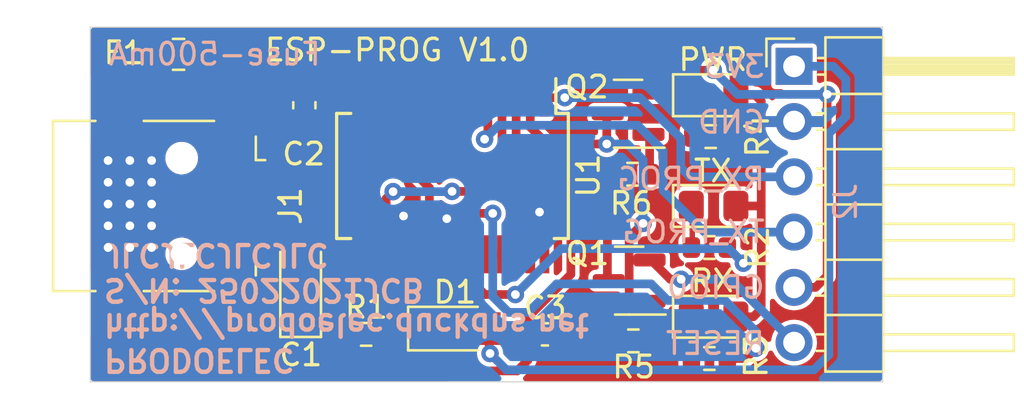
<source format=kicad_pcb>
(kicad_pcb (version 20221018) (generator pcbnew)
  (layers (0 "F.Cu" signal) (31 "B.Cu" signal) (34 "B.Paste" user) (35 "F.Paste" user) (36 "B.SilkS" user "B.Silkscreen") (37 "F.SilkS" user "F.Silkscreen") (38 "B.Mask" user) (39 "F.Mask" user) (44 "Edge.Cuts" user))
  (net 0 "")
  (net 1 "GND")
  (net 2 "Net-(U1-Pad17)")
  (net 3 "+3V3")
  (net 4 "Net-(J1-Pad1)")
  (net 6 "RESET")
  (net 7 "GPIO0")
  (net 8 "RTS")
  (net 9 "Net-(Q1-Pad1)")
  (net 10 "DTR")
  (net 11 "Net-(Q2-Pad1)")
  (net 12 "Net-(U1-Pad19)")
  (net 13 "CBUS0")
  (net 14 "CBUS1")
  (net 24 "TX_PROG")
  (net 25 "RX_PROG")
  (net 26 "Net-(L1-Pad1)")
  (net 27 "Net-(L2-Pad1)")
  (net 28 "Net-(L3-Pad1)")
  (net 29 "VBUS")
  (net 30 "/D+")
  (net 31 "/D-")
  (footprint "Capacitor_Tantalum_SMD:CP_EIA-3216-10_Kemet-I" (layer "F.Cu") (at 83.96 86.8 90)
    (fp_text reference "C1" (at -3.13 0.01 180) (layer "F.SilkS"))
    (fp_text value "4,7uF/6V3")
    (fp_line (start -2.31 -0.935) (end -2.31 0.935) (stroke (width 0.12)) (layer "F.SilkS"))
    (fp_line (start -2.31 0.935) (end 1.6 0.935) (stroke (width 0.12)) (layer "F.SilkS"))
    (fp_line (start 1.6 -0.935) (end -2.31 -0.935) (stroke (width 0.12)) (layer "F.SilkS"))
    (pad "1" smd roundrect (at -1.35 0 90) (size 1.4 1.35) (layers "F.Cu" "F.Paste" "F.Mask") (roundrect_rratio 0.185185) (net 29 "VBUS"))
    (pad "2" smd roundrect (at 1.35 0 90) (size 1.4 1.35) (layers "F.Cu" "F.Paste" "F.Mask") (roundrect_rratio 0.185185) (net 1 "GND"))
  )
  (footprint "Capacitor_SMD:C_0603_1608Metric" (layer "F.Cu") (at 95.19 88.99)
    (fp_text reference "C3" (at 0.01 -1.22) (layer "F.SilkS"))
    (fp_text value "100nF")
    (fp_line (start -0.14058 -0.51) (end 0.14058 -0.51) (stroke (width 0.12)) (layer "F.SilkS"))
    (fp_line (start -0.14058 0.51) (end 0.14058 0.51) (stroke (width 0.12)) (layer "F.SilkS"))
    (pad "1" smd roundrect (at -0.775 0) (size 0.9 0.95) (layers "F.Cu" "F.Paste" "F.Mask") (net 2 "Net-(U1-Pad17)"))
    (pad "2" smd roundrect (at 0.775 0) (size 0.9 0.95) (layers "F.Cu" "F.Paste" "F.Mask") (net 1 "GND"))
  )
  (footprint "Diode_SMD:D_PowerDI-123" (layer "F.Cu") (at 91.1 88.725)
    (fp_text reference "D1" (at -0.05 -1.675) (layer "F.SilkS"))
    (fp_text value "SS1P3L")
    (fp_line (start -2.2 1) (end -2.2 -1) (stroke (width 0.12)) (layer "F.SilkS"))
    (fp_line (start -2.2 1) (end 1 1) (stroke (width 0.12)) (layer "F.SilkS"))
    (fp_line (start 1 -1) (end -2.2 -1) (stroke (width 0.12)) (layer "F.SilkS"))
    (pad "1" smd rect (at -0.85 0 180) (size 2.4 1.5) (layers "F.Cu" "F.Paste" "F.Mask") (net 2 "Net-(U1-Pad17)"))
    (pad "2" smd rect (at 1.525 0 180) (size 1.05 1.5) (layers "F.Cu" "F.Paste" "F.Mask") (net 3 "+3V3"))
  )
  (footprint "Fuse:Fuse_0805_2012Metric" (layer "F.Cu") (at 78.35 76.12 180)
    (fp_text reference "F1" (at 2.53 0.07) (layer "F.SilkS"))
    (fp_text value "500mA")
    (fp_line (start -0.258578 -0.71) (end 0.258578 -0.71) (stroke (width 0.12)) (layer "F.SilkS"))
    (fp_line (start -0.258578 0.71) (end 0.258578 0.71) (stroke (width 0.12)) (layer "F.SilkS"))
    (pad "1" smd roundrect (at -0.9375 0 180) (size 0.975 1.4) (layers "F.Cu" "F.Paste" "F.Mask") (net 29 "VBUS"))
    (pad "2" smd roundrect (at 0.9375 0 180) (size 0.975 1.4) (layers "F.Cu" "F.Paste" "F.Mask") (net 4 "Net-(J1-Pad1)"))
  )
  (footprint "Connector_USB:USB_Mini-B_Lumberg_2486_01_Horizontal" (layer "F.Cu") (at 78.49 83.09 -90)
    (fp_text reference "J1" (at 0 -5 90) (layer "F.SilkS"))
    (fp_text value "USB_B_Mini")
    (fp_line (start -3.91 1.74) (end -3.91 -1.49) (stroke (width 0.12)) (layer "F.SilkS"))
    (fp_line (start -3.91 5.91) (end -3.91 3.96) (stroke (width 0.12)) (layer "F.SilkS"))
    (fp_line (start -3.19 -3.41) (end -2.11 -3.41) (stroke (width 0.12)) (layer "F.SilkS"))
    (fp_line (start -2.11 -3.41) (end -2.11 -3.84) (stroke (width 0.12)) (layer "F.SilkS"))
    (fp_line (start 2.11 -3.41) (end 3.19 -3.41) (stroke (width 0.12)) (layer "F.SilkS"))
    (fp_line (start 3.91 1.74) (end 3.91 -1.49) (stroke (width 0.12)) (layer "F.SilkS"))
    (fp_line (start 3.91 5.91) (end -3.91 5.91) (stroke (width 0.12)) (layer "F.SilkS"))
    (fp_line (start 3.91 5.91) (end 3.91 3.96) (stroke (width 0.12)) (layer "F.SilkS"))
    (pad "" np_thru_hole circle (at -2.2 0 270) (size 1 1) (drill 1) (layers "*.Cu" "*.Mask"))
    (pad "" np_thru_hole circle (at 2.2 0 270) (size 1 1) (drill 1) (layers "*.Cu" "*.Mask"))
    (pad "1" smd rect (at -1.6 -2.7 270) (size 0.5 2) (layers "F.Cu" "F.Paste" "F.Mask") (net 4 "Net-(J1-Pad1)"))
    (pad "2" smd rect (at -0.8 -2.7 270) (size 0.5 2) (layers "F.Cu" "F.Paste" "F.Mask") (net 31 "/D-"))
    (pad "3" smd rect (at 0 -2.7 270) (size 0.5 2) (layers "F.Cu" "F.Paste" "F.Mask") (net 30 "/D+"))
    (pad "4" smd rect (at 0.8 -2.7 270) (size 0.5 2) (layers "F.Cu" "F.Paste" "F.Mask"))
    (pad "5" smd rect (at 1.6 -2.7 270) (size 0.5 2) (layers "F.Cu" "F.Paste" "F.Mask") (net 1 "GND"))
    (pad "6" smd rect (at -4.45 -2.6 270) (size 2 1.7) (layers "F.Cu" "F.Paste" "F.Mask") (net 1 "GND"))
    (pad "6" smd rect (at -4.45 2.85 270) (size 2 1.7) (layers "F.Cu" "F.Paste" "F.Mask") (net 1 "GND"))
    (pad "6" smd rect (at 4.45 -2.6 270) (size 2 1.7) (layers "F.Cu" "F.Paste" "F.Mask") (net 1 "GND"))
    (pad "6" smd rect (at 4.45 2.85 270) (size 2 1.7) (layers "F.Cu" "F.Paste" "F.Mask") (net 1 "GND"))
  )
  (footprint "Package_TO_SOT_SMD:SOT-23" (layer "F.Cu") (at 99.06 86.52 180)
    (fp_text reference "Q1" (at 1.92 1.24) (layer "F.SilkS"))
    (fp_text value "BC847")
    (fp_line (start 0 -1.56) (end -1.675 -1.56) (stroke (width 0.12)) (layer "F.SilkS"))
    (fp_line (start 0 -1.56) (end 0.65 -1.56) (stroke (width 0.12)) (layer "F.SilkS"))
    (fp_line (start 0 1.56) (end -0.65 1.56) (stroke (width 0.12)) (layer "F.SilkS"))
    (fp_line (start 0 1.56) (end 0.65 1.56) (stroke (width 0.12)) (layer "F.SilkS"))
    (pad "1" smd roundrect (at -0.9375 -0.95 180) (size 1.475 0.6) (layers "F.Cu" "F.Paste" "F.Mask") (net 9 "Net-(Q1-Pad1)"))
    (pad "2" smd roundrect (at -0.9375 0.95 180) (size 1.475 0.6) (layers "F.Cu" "F.Paste" "F.Mask") (net 6 "RESET"))
    (pad "3" smd roundrect (at 0.9375 0 180) (size 1.475 0.6) (layers "F.Cu" "F.Paste" "F.Mask") (net 8 "RTS"))
  )
  (footprint "Package_TO_SOT_SMD:SOT-23" (layer "F.Cu") (at 99.01 78.85 180)
    (fp_text reference "Q2" (at 1.9 1.23 180) (layer "F.SilkS"))
    (fp_text value "BC847")
    (fp_line (start 0 -1.56) (end -1.675 -1.56) (stroke (width 0.12)) (layer "F.SilkS"))
    (fp_line (start 0 -1.56) (end 0.65 -1.56) (stroke (width 0.12)) (layer "F.SilkS"))
    (fp_line (start 0 1.56) (end -0.65 1.56) (stroke (width 0.12)) (layer "F.SilkS"))
    (fp_line (start 0 1.56) (end 0.65 1.56) (stroke (width 0.12)) (layer "F.SilkS"))
    (pad "1" smd roundrect (at -0.9375 -0.95 180) (size 1.475 0.6) (layers "F.Cu" "F.Paste" "F.Mask") (net 11 "Net-(Q2-Pad1)"))
    (pad "2" smd roundrect (at -0.9375 0.95 180) (size 1.475 0.6) (layers "F.Cu" "F.Paste" "F.Mask") (net 7 "GPIO0"))
    (pad "3" smd roundrect (at 0.9375 0 180) (size 1.475 0.6) (layers "F.Cu" "F.Paste" "F.Mask") (net 10 "DTR"))
  )
  (footprint "Resistor_SMD:R_0603_1608Metric" (layer "F.Cu") (at 86.97 88.99)
    (fp_text reference "R1" (at 0.01 -1.25) (layer "F.SilkS"))
    (fp_text value "10K")
    (fp_line (start -0.237258 -0.5225) (end 0.237258 -0.5225) (stroke (width 0.12)) (layer "F.SilkS"))
    (fp_line (start -0.237258 0.5225) (end 0.237258 0.5225) (stroke (width 0.12)) (layer "F.SilkS"))
    (pad "1" smd roundrect (at -0.825 0) (size 0.8 0.95) (layers "F.Cu" "F.Paste" "F.Mask") (net 29 "VBUS"))
    (pad "2" smd roundrect (at 0.825 0) (size 0.8 0.95) (layers "F.Cu" "F.Paste" "F.Mask") (net 12 "Net-(U1-Pad19)"))
  )
  (footprint "Resistor_SMD:R_0603_1608Metric" (layer "F.Cu") (at 102.7475 90.1)
    (fp_text reference "R3" (at 2.1525 -0.1 270) (layer "F.SilkS"))
    (fp_text value "1K")
    (fp_line (start -0.237258 -0.5225) (end 0.237258 -0.5225) (stroke (width 0.12)) (layer "F.SilkS"))
    (fp_line (start -0.237258 0.5225) (end 0.237258 0.5225) (stroke (width 0.12)) (layer "F.SilkS"))
    (pad "1" smd roundrect (at -0.825 0) (size 0.8 0.95) (layers "F.Cu" "F.Paste" "F.Mask") (net 27 "Net-(L2-Pad1)"))
    (pad "2" smd roundrect (at 0.825 0) (size 0.8 0.95) (layers "F.Cu" "F.Paste" "F.Mask") (net 14 "CBUS1"))
  )
  (footprint "Resistor_SMD:R_0603_1608Metric" (layer "F.Cu") (at 102.8075 79.9)
    (fp_text reference "R4" (at 2.1525 -0.03 270) (layer "F.SilkS"))
    (fp_text value "3K3")
    (fp_line (start -0.237258 -0.5225) (end 0.237258 -0.5225) (stroke (width 0.12)) (layer "F.SilkS"))
    (fp_line (start -0.237258 0.5225) (end 0.237258 0.5225) (stroke (width 0.12)) (layer "F.SilkS"))
    (pad "1" smd roundrect (at -0.825 0) (size 0.8 0.95) (layers "F.Cu" "F.Paste" "F.Mask") (net 28 "Net-(L3-Pad1)"))
    (pad "2" smd roundrect (at 0.825 0) (size 0.8 0.95) (layers "F.Cu" "F.Paste" "F.Mask") (net 1 "GND"))
  )
  (footprint "Resistor_SMD:R_0603_1608Metric" (layer "F.Cu") (at 99.2125 81.63 180)
    (fp_text reference "R6" (at 0.06 -1.34 180) (layer "F.SilkS"))
    (fp_text value "10K")
    (fp_line (start -0.237258 -0.5225) (end 0.237258 -0.5225) (stroke (width 0.12)) (layer "F.SilkS"))
    (fp_line (start -0.237258 0.5225) (end 0.237258 0.5225) (stroke (width 0.12)) (layer "F.SilkS"))
    (pad "1" smd roundrect (at -0.825 0 180) (size 0.8 0.95) (layers "F.Cu" "F.Paste" "F.Mask") (net 11 "Net-(Q2-Pad1)"))
    (pad "2" smd roundrect (at 0.825 0 180) (size 0.8 0.95) (layers "F.Cu" "F.Paste" "F.Mask") (net 8 "RTS"))
  )
  (footprint "Package_SO:SSOP-28_5.3x10.2mm_P0.65mm" (layer "F.Cu") (at 90.94 81.71 -90)
    (fp_text reference "U1" (at -0.02 -6.24 90) (layer "F.SilkS"))
    (fp_text value "FT232RL")
    (fp_line (start -2.875 -5.325) (end -2.875 -4.75) (stroke (width 0.15)) (layer "F.SilkS"))
    (fp_line (start -2.875 -5.325) (end 2.875 -5.325) (stroke (width 0.15)) (layer "F.SilkS"))
    (fp_line (start -2.875 -4.75) (end -4.475 -4.75) (stroke (width 0.15)) (layer "F.SilkS"))
    (fp_line (start -2.875 5.325) (end -2.875 4.675) (stroke (width 0.15)) (layer "F.SilkS"))
    (fp_line (start -2.875 5.325) (end 2.875 5.325) (stroke (width 0.15)) (layer "F.SilkS"))
    (fp_line (start 2.875 -5.325) (end 2.875 -4.675) (stroke (width 0.15)) (layer "F.SilkS"))
    (fp_line (start 2.875 5.325) (end 2.875 4.675) (stroke (width 0.15)) (layer "F.SilkS"))
    (pad "1" smd rect (at -3.6 -4.225 270) (size 1.75 0.45) (layers "F.Cu" "F.Paste" "F.Mask") (net 25 "RX_PROG"))
    (pad "2" smd rect (at -3.6 -3.575 270) (size 1.75 0.45) (layers "F.Cu" "F.Paste" "F.Mask") (net 10 "DTR"))
    (pad "3" smd rect (at -3.6 -2.925 270) (size 1.75 0.45) (layers "F.Cu" "F.Paste" "F.Mask") (net 8 "RTS"))
    (pad "4" smd rect (at -3.6 -2.275 270) (size 1.75 0.45) (layers "F.Cu" "F.Paste" "F.Mask") (net 2 "Net-(U1-Pad17)"))
    (pad "5" smd rect (at -3.6 -1.625 270) (size 1.75 0.45) (layers "F.Cu" "F.Paste" "F.Mask") (net 24 "TX_PROG"))
    (pad "6" smd rect (at -3.6 -0.975 270) (size 1.75 0.45) (layers "F.Cu" "F.Paste" "F.Mask"))
    (pad "7" smd rect (at -3.6 -0.325 270) (size 1.75 0.45) (layers "F.Cu" "F.Paste" "F.Mask") (net 1 "GND"))
    (pad "8" smd rect (at -3.6 0.325 270) (size 1.75 0.45) (layers "F.Cu" "F.Paste" "F.Mask"))
    (pad "9" smd rect (at -3.6 0.975 270) (size 1.75 0.45) (layers "F.Cu" "F.Paste" "F.Mask"))
    (pad "10" smd rect (at -3.6 1.625 270) (size 1.75 0.45) (layers "F.Cu" "F.Paste" "F.Mask"))
    (pad "11" smd rect (at -3.6 2.275 270) (size 1.75 0.45) (layers "F.Cu" "F.Paste" "F.Mask"))
    (pad "12" smd rect (at -3.6 2.925 270) (size 1.75 0.45) (layers "F.Cu" "F.Paste" "F.Mask"))
    (pad "13" smd rect (at -3.6 3.575 270) (size 1.75 0.45) (layers "F.Cu" "F.Paste" "F.Mask"))
    (pad "14" smd rect (at -3.6 4.225 270) (size 1.75 0.45) (layers "F.Cu" "F.Paste" "F.Mask"))
    (pad "15" smd rect (at 3.6 4.225 270) (size 1.75 0.45) (layers "F.Cu" "F.Paste" "F.Mask") (net 30 "/D+"))
    (pad "16" smd rect (at 3.6 3.575 270) (size 1.75 0.45) (layers "F.Cu" "F.Paste" "F.Mask") (net 31 "/D-"))
    (pad "17" smd rect (at 3.6 2.925 270) (size 1.75 0.45) (layers "F.Cu" "F.Paste" "F.Mask") (net 2 "Net-(U1-Pad17)"))
    (pad "18" smd rect (at 3.6 2.275 270) (size 1.75 0.45) (layers "F.Cu" "F.Paste" "F.Mask") (net 1 "GND"))
    (pad "19" smd rect (at 3.6 1.625 270) (size 1.75 0.45) (layers "F.Cu" "F.Paste" "F.Mask") (net 12 "Net-(U1-Pad19)"))
    (pad "20" smd rect (at 3.6 0.975 270) (size 1.75 0.45) (layers "F.Cu" "F.Paste" "F.Mask") (net 29 "VBUS"))
    (pad "21" smd rect (at 3.6 0.325 270) (size 1.75 0.45) (layers "F.Cu" "F.Paste" "F.Mask") (net 1 "GND"))
    (pad "22" smd rect (at 3.6 -0.325 270) (size 1.75 0.45) (layers "F.Cu" "F.Paste" "F.Mask") (net 14 "CBUS1"))
    (pad "23" smd rect (at 3.6 -0.975 270) (size 1.75 0.45) (layers "F.Cu" "F.Paste" "F.Mask") (net 13 "CBUS0"))
    (pad "24" smd rect (at 3.6 -1.625 270) (size 1.75 0.45) (layers "F.Cu" "F.Paste" "F.Mask"))
    (pad "25" smd rect (at 3.6 -2.275 270) (size 1.75 0.45) (layers "F.Cu" "F.Paste" "F.Mask") (net 1 "GND"))
    (pad "26" smd rect (at 3.6 -2.925 270) (size 1.75 0.45) (layers "F.Cu" "F.Paste" "F.Mask") (net 1 "GND"))
    (pad "27" smd rect (at 3.6 -3.575 270) (size 1.75 0.45) (layers "F.Cu" "F.Paste" "F.Mask"))
    (pad "28" smd rect (at 3.6 -4.225 270) (size 1.75 0.45) (layers "F.Cu" "F.Paste" "F.Mask"))
  )
  (footprint "Connector_PinHeader_2.54mm:PinHeader_1x06_P2.54mm_Horizontal" (layer "F.Cu") (at 106.64 76.67)
    (fp_text reference "J2" (at 2.36 6.23 270) (layer "B.SilkS") (effects (justify mirror)))
    (fp_text value "ICSP")
    (fp_line (start -1.27 -1.27) (end 0 -1.27) (stroke (width 0.12)) (layer "F.SilkS"))
    (fp_line (start -1.27 0) (end -1.27 -1.27) (stroke (width 0.12)) (layer "F.SilkS"))
    (fp_line (start 1.042929 2.16) (end 1.44 2.16) (stroke (width 0.12)) (layer "F.SilkS"))
    (fp_line (start 1.042929 2.92) (end 1.44 2.92) (stroke (width 0.12)) (layer "F.SilkS"))
    (fp_line (start 1.042929 4.7) (end 1.44 4.7) (stroke (width 0.12)) (layer "F.SilkS"))
    (fp_line (start 1.042929 5.46) (end 1.44 5.46) (stroke (width 0.12)) (layer "F.SilkS"))
    (fp_line (start 1.042929 7.24) (end 1.44 7.24) (stroke (width 0.12)) (layer "F.SilkS"))
    (fp_line (start 1.042929 8) (end 1.44 8) (stroke (width 0.12)) (layer "F.SilkS"))
    (fp_line (start 1.042929 9.78) (end 1.44 9.78) (stroke (width 0.12)) (layer "F.SilkS"))
    (fp_line (start 1.042929 10.54) (end 1.44 10.54) (stroke (width 0.12)) (layer "F.SilkS"))
    (fp_line (start 1.042929 12.32) (end 1.44 12.32) (stroke (width 0.12)) (layer "F.SilkS"))
    (fp_line (start 1.042929 13.08) (end 1.44 13.08) (stroke (width 0.12)) (layer "F.SilkS"))
    (fp_line (start 1.11 -0.38) (end 1.44 -0.38) (stroke (width 0.12)) (layer "F.SilkS"))
    (fp_line (start 1.11 0.38) (end 1.44 0.38) (stroke (width 0.12)) (layer "F.SilkS"))
    (fp_line (start 1.44 -1.33) (end 1.44 14.03) (stroke (width 0.12)) (layer "F.SilkS"))
    (fp_line (start 1.44 1.27) (end 4.1 1.27) (stroke (width 0.12)) (layer "F.SilkS"))
    (fp_line (start 1.44 3.81) (end 4.1 3.81) (stroke (width 0.12)) (layer "F.SilkS"))
    (fp_line (start 1.44 6.35) (end 4.1 6.35) (stroke (width 0.12)) (layer "F.SilkS"))
    (fp_line (start 1.44 8.89) (end 4.1 8.89) (stroke (width 0.12)) (layer "F.SilkS"))
    (fp_line (start 1.44 11.43) (end 4.1 11.43) (stroke (width 0.12)) (layer "F.SilkS"))
    (fp_line (start 1.44 14.03) (end 4.1 14.03) (stroke (width 0.12)) (layer "F.SilkS"))
    (fp_line (start 4.1 -1.33) (end 1.44 -1.33) (stroke (width 0.12)) (layer "F.SilkS"))
    (fp_line (start 4.1 -0.38) (end 10.1 -0.38) (stroke (width 0.12)) (layer "F.SilkS"))
    (fp_line (start 4.1 -0.32) (end 10.1 -0.32) (stroke (width 0.12)) (layer "F.SilkS"))
    (fp_line (start 4.1 -0.2) (end 10.1 -0.2) (stroke (width 0.12)) (layer "F.SilkS"))
    (fp_line (start 4.1 -0.08) (end 10.1 -0.08) (stroke (width 0.12)) (layer "F.SilkS"))
    (fp_line (start 4.1 0.04) (end 10.1 0.04) (stroke (width 0.12)) (layer "F.SilkS"))
    (fp_line (start 4.1 0.16) (end 10.1 0.16) (stroke (width 0.12)) (layer "F.SilkS"))
    (fp_line (start 4.1 0.28) (end 10.1 0.28) (stroke (width 0.12)) (layer "F.SilkS"))
    (fp_line (start 4.1 2.16) (end 10.1 2.16) (stroke (width 0.12)) (layer "F.SilkS"))
    (fp_line (start 4.1 4.7) (end 10.1 4.7) (stroke (width 0.12)) (layer "F.SilkS"))
    (fp_line (start 4.1 7.24) (end 10.1 7.24) (stroke (width 0.12)) (layer "F.SilkS"))
    (fp_line (start 4.1 9.78) (end 10.1 9.78) (stroke (width 0.12)) (layer "F.SilkS"))
    (fp_line (start 4.1 12.32) (end 10.1 12.32) (stroke (width 0.12)) (layer "F.SilkS"))
    (fp_line (start 4.1 14.03) (end 4.1 -1.33) (stroke (width 0.12)) (layer "F.SilkS"))
    (fp_line (start 10.1 -0.38) (end 10.1 0.38) (stroke (width 0.12)) (layer "F.SilkS"))
    (fp_line (start 10.1 0.38) (end 4.1 0.38) (stroke (width 0.12)) (layer "F.SilkS"))
    (fp_line (start 10.1 2.16) (end 10.1 2.92) (stroke (width 0.12)) (layer "F.SilkS"))
    (fp_line (start 10.1 2.92) (end 4.1 2.92) (stroke (width 0.12)) (layer "F.SilkS"))
    (fp_line (start 10.1 4.7) (end 10.1 5.46) (stroke (width 0.12)) (layer "F.SilkS"))
    (fp_line (start 10.1 5.46) (end 4.1 5.46) (stroke (width 0.12)) (layer "F.SilkS"))
    (fp_line (start 10.1 7.24) (end 10.1 8) (stroke (width 0.12)) (layer "F.SilkS"))
    (fp_line (start 10.1 8) (end 4.1 8) (stroke (width 0.12)) (layer "F.SilkS"))
    (fp_line (start 10.1 9.78) (end 10.1 10.54) (stroke (width 0.12)) (layer "F.SilkS"))
    (fp_line (start 10.1 10.54) (end 4.1 10.54) (stroke (width 0.12)) (layer "F.SilkS"))
    (fp_line (start 10.1 12.32) (end 10.1 13.08) (stroke (width 0.12)) (layer "F.SilkS"))
    (fp_line (start 10.1 13.08) (end 4.1 13.08) (stroke (width 0.12)) (layer "F.SilkS"))
    (pad "1" thru_hole rect (at 0 0) (size 1.7 1.7) (drill 1) (layers "*.Cu" "*.Mask") (net 3 "+3V3"))
    (pad "2" thru_hole oval (at 0 2.54) (size 1.7 1.7) (drill 1) (layers "*.Cu" "*.Mask") (net 1 "GND"))
    (pad "3" thru_hole oval (at 0 5.08) (size 1.7 1.7) (drill 1) (layers "*.Cu" "*.Mask") (net 25 "RX_PROG"))
    (pad "4" thru_hole oval (at 0 7.62) (size 1.7 1.7) (drill 1) (layers "*.Cu" "*.Mask") (net 24 "TX_PROG"))
    (pad "5" thru_hole oval (at 0 10.16) (size 1.7 1.7) (drill 1) (layers "*.Cu" "*.Mask") (net 7 "GPIO0"))
    (pad "6" thru_hole oval (at 0 12.7) (size 1.7 1.7) (drill 1) (layers "*.Cu" "*.Mask") (net 6 "RESET"))
  )
  (footprint "LED_SMD:LED_0805_2012Metric_Pad1.15x1.40mm_HandSolder" (layer "F.Cu") (at 102.94 83.09)
    (fp_text reference "L1" hide)
    (fp_text value "TX")
    (fp_line (start -1.86 -0.96) (end -1.86 0.96) (stroke (width 0.12)) (layer "F.SilkS"))
    (fp_line (start -1.86 0.96) (end 1 0.96) (stroke (width 0.12)) (layer "F.SilkS"))
    (fp_line (start 1 -0.96) (end -1.86 -0.96) (stroke (width 0.12)) (layer "F.SilkS"))
    (pad "1" smd roundrect (at -1.025 0) (size 1.15 1.4) (layers "F.Cu" "F.Paste" "F.Mask") (roundrect_rratio 0.217391) (net 26 "Net-(L1-Pad1)"))
    (pad "2" smd roundrect (at 1.025 0) (size 1.15 1.4) (layers "F.Cu" "F.Paste" "F.Mask") (roundrect_rratio 0.217391) (net 29 "VBUS"))
  )
  (footprint "LED_SMD:LED_0805_2012Metric_Pad1.15x1.40mm_HandSolder" (layer "F.Cu") (at 102.94 88.18)
    (fp_text reference "L2" hide)
    (fp_text value "RX")
    (fp_line (start -1.86 -0.96) (end -1.86 0.96) (stroke (width 0.12)) (layer "F.SilkS"))
    (fp_line (start -1.86 0.96) (end 1 0.96) (stroke (width 0.12)) (layer "F.SilkS"))
    (fp_line (start 1 -0.96) (end -1.86 -0.96) (stroke (width 0.12)) (layer "F.SilkS"))
    (pad "1" smd roundrect (at -1.025 0) (size 1.15 1.4) (layers "F.Cu" "F.Paste" "F.Mask") (roundrect_rratio 0.217391) (net 27 "Net-(L2-Pad1)"))
    (pad "2" smd roundrect (at 1.025 0) (size 1.15 1.4) (layers "F.Cu" "F.Paste" "F.Mask") (roundrect_rratio 0.217391) (net 29 "VBUS"))
  )
  (footprint "LED_SMD:LED_0805_2012Metric_Pad1.15x1.40mm_HandSolder" (layer "F.Cu") (at 102.94 78)
    (fp_text reference "L3" hide)
    (fp_text value "PWR ")
    (fp_line (start -1.86 -0.96) (end -1.86 0.96) (stroke (width 0.12)) (layer "F.SilkS"))
    (fp_line (start -1.86 0.96) (end 1 0.96) (stroke (width 0.12)) (layer "F.SilkS"))
    (fp_line (start 1 -0.96) (end -1.86 -0.96) (stroke (width 0.12)) (layer "F.SilkS"))
    (pad "1" smd roundrect (at -1.025 0) (size 1.15 1.4) (layers "F.Cu" "F.Paste" "F.Mask") (roundrect_rratio 0.217391) (net 28 "Net-(L3-Pad1)"))
    (pad "2" smd roundrect (at 1.025 0) (size 1.15 1.4) (layers "F.Cu" "F.Paste" "F.Mask") (roundrect_rratio 0.217391) (net 29 "VBUS"))
  )
  (footprint "Resistor_SMD:R_0603_1608Metric" (layer "F.Cu") (at 102.7475 85)
    (fp_text reference "R2" (at 2.2125 0 90) (layer "F.SilkS"))
    (fp_text value "1K")
    (fp_line (start -0.237258 -0.5225) (end 0.237258 -0.5225) (stroke (width 0.12)) (layer "F.SilkS"))
    (fp_line (start -0.237258 0.5225) (end 0.237258 0.5225) (stroke (width 0.12)) (layer "F.SilkS"))
    (pad "1" smd roundrect (at -0.825 0) (size 0.8 0.95) (layers "F.Cu" "F.Paste" "F.Mask") (net 26 "Net-(L1-Pad1)"))
    (pad "2" smd roundrect (at 0.825 0) (size 0.8 0.95) (layers "F.Cu" "F.Paste" "F.Mask") (net 13 "CBUS0"))
  )
  (footprint "Capacitor_SMD:C_0603_1608Metric" (layer "F.Cu") (at 84.13 78.46 -90)
    (fp_text reference "C2" (at 2.24 0.03 180) (layer "F.SilkS"))
    (fp_text value "100nF")
    (fp_line (start -0.14058 -0.51) (end 0.14058 -0.51) (stroke (width 0.12)) (layer "F.SilkS"))
    (fp_line (start -0.14058 0.51) (end 0.14058 0.51) (stroke (width 0.12)) (layer "F.SilkS"))
    (pad "1" smd roundrect (at -0.775 0 270) (size 0.9 0.95) (layers "F.Cu" "F.Paste" "F.Mask") (net 29 "VBUS"))
    (pad "2" smd roundrect (at 0.775 0 270) (size 0.9 0.95) (layers "F.Cu" "F.Paste" "F.Mask") (net 1 "GND"))
  )
  (footprint "Resistor_SMD:R_0603_1608Metric" (layer "F.Cu") (at 99.2525 89.29 180)
    (fp_text reference "R5" (at -0.0175 -1.2) (layer "F.SilkS"))
    (fp_text value "10K")
    (fp_line (start -0.237258 -0.5225) (end 0.237258 -0.5225) (stroke (width 0.12)) (layer "F.SilkS"))
    (fp_line (start -0.237258 0.5225) (end 0.237258 0.5225) (stroke (width 0.12)) (layer "F.SilkS"))
    (pad "1" smd roundrect (at -0.825 0 180) (size 0.8 0.95) (layers "F.Cu" "F.Paste" "F.Mask") (net 9 "Net-(Q1-Pad1)"))
    (pad "2" smd roundrect (at 0.825 0 180) (size 0.8 0.95) (layers "F.Cu" "F.Paste" "F.Mask") (net 10 "DTR"))
  )
  (gr_line (start 110.71 74.87) (end 110.71 91.17) (stroke (width 0.05)) (layer "Edge.Cuts"))
  (gr_line (start 110.71 91.17) (end 74.29 91.17) (stroke (width 0.05)) (layer "Edge.Cuts"))
  (gr_line (start 74.29 74.87) (end 110.71 74.87) (stroke (width 0.05)) (layer "Edge.Cuts"))
  (gr_line (start 74.29 91.17) (end 74.29 74.87) (stroke (width 0.05)) (layer "Edge.Cuts"))
  (gr_text "PRODOELEC\nhttp://prodoelec.duckdns.net\nS/N: 25022021JCB\nJLCJLCJLCJLC\n" (at 74.81 87.75 180) (layer "B.SilkS") (effects (font (size 1 1) (thickness 0.2)) (justify left mirror)))
  (gr_text "GND\n" (at 103.758095 79.24) (layer "B.SilkS") (effects (font (size 1 1)) (justify mirror)))
  (gr_text "RESET\n" (at 103.02 89.41) (layer "B.SilkS") (effects (font (size 1 1)) (justify mirror)))
  (gr_text "GPIO0" (at 103.04381 86.83) (layer "B.SilkS") (effects (font (size 1 1)) (justify mirror)))
  (gr_text "TX_PROG\n" (at 102.02 84.28) (layer "B.SilkS") (effects (font (size 1 1)) (justify mirror)))
  (gr_text "RX_PROG\n" (at 101.900952 81.85) (layer "B.SilkS") (effects (font (size 1 1)) (justify mirror)))
  (gr_text "Fuse-500mA" (at 80.01 76.11) (layer "B.SilkS") (effects (font (size 1 1)) (justify mirror)))
  (gr_text "3V3\n" (at 103.900952 76.68) (layer "B.SilkS") (effects (font (size 1 1)) (justify mirror)))
  (gr_text "RX" (at 102.88 86.53) (layer "F.SilkS") (effects (font (size 1 1))))
  (gr_text "TX\n" (at 102.9 81.48) (layer "F.SilkS") (effects (font (size 1 1))))
  (gr_text "ESP-PROG V1.0\n" (at 88.4 75.92) (layer "F.SilkS") (effects (font (size 1 1))))
  (gr_text "PWR\n" (at 102.91 76.36) (layer "F.SilkS") (effects (font (size 1 1))))
  (segment (start 81.11 85.78) (end 81.11 87.52) (width 0.4) (layer "F.Cu") (net 1))
  (segment (start 81.11 85.78) (end 82.37 85.78) (width 0.4) (layer "F.Cu") (net 1))
  (segment (start 75.66 87.52) (end 75.64 87.54) (width 0.4) (layer "F.Cu") (net 1))
  (segment (start 81.09 78.64) (end 82.2 78.64) (width 0.4) (layer "F.Cu") (net 1))
  (segment (start 81.09 80.43) (end 81.09 78.64) (width 0.4) (layer "F.Cu") (net 1))
  (segment (start 81.11 85.78) (end 81.11 84.77) (width 0.4) (layer "F.Cu") (net 1))
  (segment (start 88.665 85.31) (end 88.665 83.75001) (width 0.4) (layer "F.Cu") (net 1))
  (segment (start 82.8075 79.2475) (end 84.13 79.2475) (width 0.4) (layer "F.Cu") (net 1))
  (segment (start 103.61 79.915) (end 103.595 79.9) (width 0.4) (layer "F.Cu") (net 1))
  (segment (start 82.2 78.64) (end 82.8075 79.2475) (width 0.4) (layer "F.Cu") (net 1))
  (segment (start 93.865 85.31) (end 93.215 85.31) (width 0.4) (layer "F.Cu") (net 1))
  (segment (start 81.11 85.78) (end 81.11 85.78) (width 0.4) (layer "F.Cu") (net 1))
  (segment (start 88.665 83.75001) (end 88.81501 83.6) (width 0.4) (layer "F.Cu") (net 1))
  (segment (start 93.865 85.31) (end 93.865 83.527555) (width 0.4) (layer "F.Cu") (net 1))
  (segment (start 75.66 85.8) (end 75.66 87.52) (width 0.4) (layer "F.Cu") (net 1))
  (segment (start 90.615 85.31) (end 90.615 83.735943) (width 0.4) (layer "F.Cu") (net 1))
  (segment (start 82.7 85.45) (end 83.96 85.45) (width 0.4) (layer "F.Cu") (net 1))
  (segment (start 75.64 80.43) (end 75.64 78.64) (width 0.4) (layer "F.Cu") (net 1))
  (segment (start 91.28 79.8) (end 91.28 78.125) (width 0.4) (layer "F.Cu") (net 1))
  (segment (start 82.37 85.78) (end 82.7 85.45) (width 0.4) (layer "F.Cu") (net 1))
  (segment (start 93.865 83.527555) (end 94.172545 83.22001) (width 0.4) (layer "F.Cu") (net 1))
  (segment (start 81.11 84.77) (end 81.19 84.69) (width 0.4) (layer "F.Cu") (net 1))
  (segment (start 81.11 87.52) (end 81.09 87.54) (width 0.4) (layer "F.Cu") (net 1))
  (segment (start 90.615 83.735943) (end 90.678262 83.672681) (width 0.4) (layer "F.Cu") (net 1))
  (segment (start 91.28 78.125) (end 91.265 78.11) (width 0.4) (layer "F.Cu") (net 1))
  (via (at 76.11 81) (size 0.8) (drill 0.4) (layers "F.Cu" "B.Cu") (net 1))
  (via (at 77.11 81) (size 0.8) (drill 0.4) (layers "F.Cu" "B.Cu") (net 1))
  (via (at 75.11 82) (size 0.8) (drill 0.4) (layers "F.Cu" "B.Cu") (net 1))
  (via (at 76.11 82) (size 0.8) (drill 0.4) (layers "F.Cu" "B.Cu") (net 1))
  (via (at 77.11 82) (size 0.8) (drill 0.4) (layers "F.Cu" "B.Cu") (net 1))
  (via (at 75.11 83) (size 0.8) (drill 0.4) (layers "F.Cu" "B.Cu") (net 1))
  (via (at 76.11 83) (size 0.8) (drill 0.4) (layers "F.Cu" "B.Cu") (net 1))
  (via (at 77.11 83) (size 0.8) (drill 0.4) (layers "F.Cu" "B.Cu") (net 1))
  (via (at 75.11 84) (size 0.8) (drill 0.4) (layers "F.Cu" "B.Cu") (net 1))
  (via (at 76.11 84) (size 0.8) (drill 0.4) (layers "F.Cu" "B.Cu") (net 1))
  (via (at 77.11 84) (size 0.8) (drill 0.4) (layers "F.Cu" "B.Cu") (net 1))
  (via (at 75.11 85) (size 0.8) (drill 0.4) (layers "F.Cu" "B.Cu") (net 1))
  (via (at 76.11 85) (size 0.8) (drill 0.4) (layers "F.Cu" "B.Cu") (net 1))
  (via (at 77.11 85) (size 0.8) (drill 0.4) (layers "F.Cu" "B.Cu") (net 1))
  (via (at 90.678262 83.672681) (size 0.8) (drill 0.4) (layers "F.Cu" "B.Cu") (net 1))
  (via (at 75.11 81) (size 0.8) (drill 0.4) (layers "F.Cu" "B.Cu") (net 1))
  (via (at 94.94 83.37) (size 0.8) (drill 0.4) (layers "F.Cu" "B.Cu") (net 1))
  (via (at 88.69 83.55) (size 0.8) (drill 0.4) (layers "F.Cu" "B.Cu") (net 1))
  (segment (start 88.015 84.059002) (end 87.889999 83.934001) (width 0.4) (layer "F.Cu") (net 2))
  (segment (start 93.91 90.67) (end 94.4025 90.1775) (width 0.4) (layer "F.Cu") (net 2))
  (segment (start 87.889999 83.934001) (end 87.889999 82.750001) (width 0.4) (layer "F.Cu") (net 2))
  (segment (start 88.015 85.31) (end 88.015 84.059002) (width 0.4) (layer "F.Cu") (net 2))
  (segment (start 94.4025 90.1775) (end 94.4025 88.99) (width 0.4) (layer "F.Cu") (net 2))
  (segment (start 91.15 90.67) (end 93.91 90.67) (width 0.4) (layer "F.Cu") (net 2))
  (segment (start 87.889999 82.750001) (end 88.21 82.43) (width 0.4) (layer "F.Cu") (net 2))
  (segment (start 93.215 78.11) (end 93.215 82.325) (width 0.4) (layer "F.Cu") (net 2))
  (segment (start 96.38 83.15) (end 96.38 85.27) (width 0.4) (layer "F.Cu") (net 2))
  (segment (start 90.92 82.42) (end 95.65 82.42) (width 0.4) (layer "F.Cu") (net 2))
  (segment (start 90.25 89.77) (end 91.15 90.67) (width 0.4) (layer "F.Cu") (net 2))
  (segment (start 96.38 86.23) (end 96.38 85.27) (width 0.4) (layer "F.Cu") (net 2))
  (segment (start 94.4025 88.99) (end 94.4025 88.2075) (width 0.4) (layer "F.Cu") (net 2))
  (segment (start 90.25 88.725) (end 90.25 89.77) (width 0.4) (layer "F.Cu") (net 2))
  (segment (start 94.4025 88.2075) (end 96.38 86.23) (width 0.4) (layer "F.Cu") (net 2))
  (segment (start 95.65 82.42) (end 96.38 83.15) (width 0.4) (layer "F.Cu") (net 2))
  (segment (start 93.215 82.325) (end 93.31 82.42) (width 0.4) (layer "F.Cu") (net 2))
  (segment (start 88.04 85.285) (end 88.015 85.31) (width 0.4) (layer "F.Cu") (net 2))
  (via (at 90.92 82.42) (size 0.8) (drill 0.4) (layers "F.Cu" "B.Cu") (net 2))
  (via (at 88.21 82.43) (size 0.8) (drill 0.4) (layers "F.Cu" "B.Cu") (net 2))
  (segment (start 88.21 82.43) (end 90.91 82.43) (width 0.4) (layer "B.Cu") (net 2))
  (segment (start 90.91 82.43) (end 90.92 82.42) (width 0.4) (layer "B.Cu") (net 2))
  (segment (start 92.625 89.829645) (end 92.665345 89.86999) (width 0.4) (layer "F.Cu") (net 3))
  (segment (start 92.625 88.725) (end 92.625 89.829645) (width 0.4) (layer "F.Cu") (net 3))
  (via (at 92.665345 89.86999) (size 0.8) (drill 0.4) (layers "F.Cu" "B.Cu") (net 3))
  (segment (start 107.549999 90.620001) (end 93.415356 90.620001) (width 0.4) (layer "B.Cu") (net 3))
  (segment (start 106.64 76.67) (end 108.43 76.67) (width 0.4) (layer "B.Cu") (net 3))
  (segment (start 109.02 77.26) (end 109.02 78.98) (width 0.4) (layer "B.Cu") (net 3))
  (segment (start 93.415356 90.620001) (end 92.665345 89.86999) (width 0.4) (layer "B.Cu") (net 3))
  (segment (start 108.24 89.93) (end 107.549999 90.620001) (width 0.4) (layer "B.Cu") (net 3))
  (segment (start 109.02 78.98) (end 108.24 79.76) (width 0.4) (layer "B.Cu") (net 3))
  (segment (start 108.24 79.76) (end 108.24 89.93) (width 0.4) (layer "B.Cu") (net 3))
  (segment (start 108.43 76.67) (end 109.02 77.26) (width 0.4) (layer "B.Cu") (net 3))
  (segment (start 79.99 81.49) (end 79.5 81) (width 0.4) (layer "F.Cu") (net 4))
  (segment (start 81.19 81.49) (end 79.99 81.49) (width 0.4) (layer "F.Cu") (net 4))
  (segment (start 77.4325 78.7825) (end 77.97 79.32) (width 0.4) (layer "F.Cu") (net 4))
  (segment (start 79.5 80.06) (end 78.76 79.32) (width 0.4) (layer "F.Cu") (net 4))
  (segment (start 77.4325 76.05) (end 77.4325 78.7825) (width 0.4) (layer "F.Cu") (net 4))
  (segment (start 78.76 79.32) (end 77.97 79.32) (width 0.4) (layer "F.Cu") (net 4))
  (segment (start 79.5 81) (end 79.5 80.06) (width 0.4) (layer "F.Cu") (net 4))
  (segment (start 101.45 86.46) (end 100.95 86.46) (width 0.4) (layer "F.Cu") (net 6))
  (segment (start 100.95 86.46) (end 100.06 85.57) (width 0.4) (layer "F.Cu") (net 6))
  (via (at 101.45 86.46) (size 0.8) (drill 0.4) (layers "F.Cu" "B.Cu") (net 6))
  (segment (start 101.45 86.46) (end 103.73 86.46) (width 0.4) (layer "B.Cu") (net 6))
  (segment (start 103.73 86.46) (end 106.64 89.37) (width 0.4) (layer "B.Cu") (net 6))
  (segment (start 100.01 77.1) (end 100.25999 76.85001) (width 0.4) (layer "F.Cu") (net 7))
  (segment (start 100.01 77.9) (end 100.01 77.1) (width 0.4) (layer "F.Cu") (net 7))
  (segment (start 107.63 86.83) (end 106.64 86.83) (width 0.4) (layer "F.Cu") (net 7))
  (segment (start 100.25999 76.85001) (end 102.93 76.85001) (width 0.4) (layer "F.Cu") (net 7))
  (segment (start 108.16 77.96) (end 108.16 86.3) (width 0.4) (layer "F.Cu") (net 7))
  (segment (start 108.16 86.3) (end 107.63 86.83) (width 0.4) (layer "F.Cu") (net 7))
  (via (at 108.16 77.96) (size 0.8) (drill 0.4) (layers "F.Cu" "B.Cu") (net 7))
  (via (at 102.93 76.85001) (size 0.8) (drill 0.4) (layers "F.Cu" "B.Cu") (net 7))
  (segment (start 104.039989 77.959999) (end 102.93 76.85001) (width 0.4) (layer "B.Cu") (net 7))
  (segment (start 107.799999 77.959999) (end 104.039989 77.959999) (width 0.4) (layer "B.Cu") (net 7))
  (segment (start 93.865 80.505) (end 94.99 81.63) (width 0.4) (layer "F.Cu") (net 8))
  (segment (start 98.425 83.905) (end 98.06 84.27) (width 0.4) (layer "F.Cu") (net 8))
  (segment (start 94.99 81.63) (end 98.425 81.63) (width 0.4) (layer "F.Cu") (net 8))
  (segment (start 93.865 78.11) (end 93.865 80.505) (width 0.4) (layer "F.Cu") (net 8))
  (segment (start 98.06 84.27) (end 98.06 86.52) (width 0.4) (layer "F.Cu") (net 8))
  (segment (start 98.425 81.63) (end 98.425 83.905) (width 0.4) (layer "F.Cu") (net 8))
  (segment (start 100.04 89.29) (end 100.04 87.49) (width 0.4) (layer "F.Cu") (net 9))
  (segment (start 100.04 87.49) (end 100.06 87.47) (width 0.4) (layer "F.Cu") (net 9))
  (segment (start 94.515 79.465) (end 94.83 79.78) (width 0.4) (layer "F.Cu") (net 10))
  (segment (start 98.03 80.24) (end 98.03 78.87) (width 0.4) (layer "F.Cu") (net 10))
  (segment (start 99.06 84.53) (end 99.7 83.89) (width 0.4) (layer "F.Cu") (net 10))
  (segment (start 94.515 78.11) (end 94.515 79.465) (width 0.4) (layer "F.Cu") (net 10))
  (segment (start 98.03 80.24) (end 95.29 80.24) (width 0.4) (layer "F.Cu") (net 10))
  (segment (start 95.29 80.24) (end 94.83 79.78) (width 0.4) (layer "F.Cu") (net 10))
  (segment (start 98.03 78.87) (end 98.01 78.85) (width 0.4) (layer "F.Cu") (net 10))
  (segment (start 94.83 79.78) (end 95.26 80.21) (width 0.4) (layer "F.Cu") (net 10))
  (segment (start 99.06 88.695) (end 99.06 84.53) (width 0.4) (layer "F.Cu") (net 10))
  (segment (start 98.465 89.29) (end 99.06 88.695) (width 0.4) (layer "F.Cu") (net 10))
  (via (at 98.03 80.24) (size 0.8) (drill 0.4) (layers "F.Cu" "B.Cu") (net 10))
  (via (at 99.7 83.89) (size 0.8) (drill 0.4) (layers "F.Cu" "B.Cu") (net 10))
  (segment (start 99.7 83.89) (end 99.7 80.97) (width 0.4) (layer "B.Cu") (net 10))
  (segment (start 98.97 80.24) (end 98.03 80.24) (width 0.4) (layer "B.Cu") (net 10))
  (segment (start 99.7 80.97) (end 98.97 80.24) (width 0.4) (layer "B.Cu") (net 10))
  (segment (start 100 79.81) (end 100.01 79.8) (width 0.4) (layer "F.Cu") (net 11))
  (segment (start 100 81.63) (end 100 79.81) (width 0.4) (layer "F.Cu") (net 11))
  (segment (start 87.7575 87.313958) (end 87.7575 88.99) (width 0.4) (layer "F.Cu") (net 12))
  (segment (start 88.486457 86.585001) (end 87.7575 87.313958) (width 0.4) (layer "F.Cu") (net 12))
  (segment (start 89.210001 86.585001) (end 88.486457 86.585001) (width 0.4) (layer "F.Cu") (net 12))
  (segment (start 89.315 85.31) (end 89.315 86.480002) (width 0.4) (layer "F.Cu") (net 12))
  (segment (start 89.315 86.480002) (end 89.210001 86.585001) (width 0.4) (layer "F.Cu") (net 12))
  (segment (start 91.915 86.645) (end 92.429307 87.159307) (width 0.4) (layer "F.Cu") (net 13))
  (segment (start 91.915 85.31) (end 91.915 86.645) (width 0.4) (layer "F.Cu") (net 13))
  (segment (start 92.429307 87.159307) (end 93.830693 87.159307) (width 0.4) (layer "F.Cu") (net 13))
  (segment (start 103.59 85) (end 104.31 85.72) (width 0.4) (layer "F.Cu") (net 13))
  (segment (start 103.535 85) (end 103.59 85) (width 0.4) (layer "F.Cu") (net 13))
  (via (at 93.830693 87.159307) (size 0.8) (drill 0.4) (layers "F.Cu" "B.Cu") (net 13))
  (via (at 104.31 85.72) (size 0.8) (drill 0.4) (layers "F.Cu" "B.Cu") (net 13))
  (segment (start 104.31 85.72) (end 103.64 85.05) (width 0.4) (layer "B.Cu") (net 13))
  (segment (start 103.64 85.05) (end 95.94 85.05) (width 0.4) (layer "B.Cu") (net 13))
  (segment (start 95.94 85.05) (end 93.830693 87.159307) (width 0.4) (layer "B.Cu") (net 13))
  (segment (start 91.265 84.255) (end 92.09 83.43) (width 0.4) (layer "F.Cu") (net 14))
  (segment (start 91.265 85.31) (end 91.265 84.255) (width 0.4) (layer "F.Cu") (net 14))
  (segment (start 92.09 83.43) (end 92.79 83.43) (width 0.4) (layer "F.Cu") (net 14))
  (segment (start 103.535 90.1) (end 104.41 90.1) (width 0.4) (layer "F.Cu") (net 14))
  (segment (start 104.41 90.1) (end 104.88 89.63) (width 0.4) (layer "F.Cu") (net 14))
  (via (at 104.88 89.63) (size 0.8) (drill 0.4) (layers "F.Cu" "B.Cu") (net 14))
  (via (at 92.79 83.43) (size 0.8) (drill 0.4) (layers "F.Cu" "B.Cu") (net 14))
  (segment (start 104.88 88.85) (end 104.88 89.63) (width 0.4) (layer "B.Cu") (net 14))
  (segment (start 95.73 86.67) (end 100.07 86.67) (width 0.4) (layer "B.Cu") (net 14))
  (segment (start 94.42 87.98) (end 95.73 86.67) (width 0.4) (layer "B.Cu") (net 14))
  (segment (start 93.52 87.98) (end 94.42 87.98) (width 0.4) (layer "B.Cu") (net 14))
  (segment (start 92.79 87.25) (end 93.52 87.98) (width 0.4) (layer "B.Cu") (net 14))
  (segment (start 100.83 87.43) (end 103.46 87.43) (width 0.4) (layer "B.Cu") (net 14))
  (segment (start 103.46 87.43) (end 104.88 88.85) (width 0.4) (layer "B.Cu") (net 14))
  (segment (start 100.07 86.67) (end 100.83 87.43) (width 0.4) (layer "B.Cu") (net 14))
  (segment (start 92.79 83.43) (end 92.79 87.25) (width 0.4) (layer "B.Cu") (net 14))
  (segment (start 92.565 79.871252) (end 92.41499 80.021262) (width 0.4) (layer "F.Cu") (net 24))
  (segment (start 92.565 78.11) (end 92.565 79.871252) (width 0.4) (layer "F.Cu") (net 24))
  (via (at 92.41499 80.021262) (size 0.8) (drill 0.4) (layers "F.Cu" "B.Cu") (net 24))
  (segment (start 100.62 80.55) (end 99.45 79.38) (width 0.4) (layer "B.Cu") (net 24))
  (segment (start 106.64 84.29) (end 102.53 84.29) (width 0.4) (layer "B.Cu") (net 24))
  (segment (start 93.056252 79.38) (end 92.41499 80.021262) (width 0.4) (layer "B.Cu") (net 24))
  (segment (start 99.45 79.38) (end 93.056252 79.38) (width 0.4) (layer "B.Cu") (net 24))
  (segment (start 100.62 82.38) (end 100.62 80.55) (width 0.4) (layer "B.Cu") (net 24))
  (segment (start 102.53 84.29) (end 100.62 82.38) (width 0.4) (layer "B.Cu") (net 24))
  (segment (start 96.1 78.11) (end 95.165 78.11) (width 0.4) (layer "F.Cu") (net 25))
  (via (at 96.1 78.11) (size 0.8) (drill 0.4) (layers "F.Cu" "B.Cu") (net 25))
  (segment (start 99.56 78.11) (end 96.1 78.11) (width 0.4) (layer "B.Cu") (net 25))
  (segment (start 106.64 81.75) (end 101.86 81.75) (width 0.4) (layer "B.Cu") (net 25))
  (segment (start 101.43 81.32) (end 101.43 79.98) (width 0.4) (layer "B.Cu") (net 25))
  (segment (start 101.86 81.75) (end 101.43 81.32) (width 0.4) (layer "B.Cu") (net 25))
  (segment (start 101.43 79.98) (end 99.56 78.11) (width 0.4) (layer "B.Cu") (net 25))
  (segment (start 101.96 83.1325) (end 102.0025 83.09) (width 0.25) (layer "F.Cu") (net 26))
  (segment (start 101.96 85) (end 101.96 83.1325) (width 0.25) (layer "F.Cu") (net 26))
  (segment (start 101.96 88.2225) (end 102.0025 88.18) (width 0.25) (layer "F.Cu") (net 27))
  (segment (start 101.96 90.1) (end 101.96 88.2225) (width 0.25) (layer "F.Cu") (net 27))
  (segment (start 102.02 78.0175) (end 102.0025 78) (width 0.4) (layer "F.Cu") (net 28))
  (segment (start 102.02 79.9) (end 102.02 78.0175) (width 0.4) (layer "F.Cu") (net 28))
  (segment (start 85.45 78.16) (end 84.9625 77.6725) (width 0.4) (layer "F.Cu") (net 29))
  (segment (start 104.77 88.18) (end 103.8775 88.18) (width 0.4) (layer "F.Cu") (net 29))
  (segment (start 103.69 76.05) (end 79.3075 76.05) (width 0.4) (layer "F.Cu") (net 29))
  (segment (start 103.8775 78) (end 104.45 78) (width 0.4) (layer "F.Cu") (net 29))
  (segment (start 103.8775 78) (end 103.8775 76.2375) (width 0.4) (layer "F.Cu") (net 29))
  (segment (start 89.965 86.678545) (end 89.965 85.31) (width 0.4) (layer "F.Cu") (net 29))
  (segment (start 84.41 88.99) (end 86.1825 88.99) (width 0.4) (layer "F.Cu") (net 29))
  (segment (start 88.51 81.52) (end 88.19 81.52) (width 0.4) (layer "F.Cu") (net 29))
  (segment (start 89.878187 83.948187) (end 89.878187 82.258187) (width 0.4) (layer "F.Cu") (net 29))
  (segment (start 83.97 88.16) (end 83.96 88.15) (width 0.4) (layer "F.Cu") (net 29))
  (segment (start 103.8775 76.2375) (end 103.69 76.05) (width 0.4) (layer "F.Cu") (net 29))
  (segment (start 88.59501 89.63499) (end 88.59501 87.709989) (width 0.4) (layer "F.Cu") (net 29))
  (segment (start 105.13 83.08) (end 105.13 87.82) (width 0.4) (layer "F.Cu") (net 29))
  (segment (start 84.13 77.6725) (end 84.13 76.13) (width 0.4) (layer "F.Cu") (net 29))
  (segment (start 88.59501 87.709989) (end 89.119987 87.185012) (width 0.4) (layer "F.Cu") (net 29))
  (segment (start 85.45 80.42) (end 85.45 78.16) (width 0.4) (layer "F.Cu") (net 29))
  (segment (start 89.878187 82.258187) (end 89.14 81.52) (width 0.4) (layer "F.Cu") (net 29))
  (segment (start 83.96 88.15) (end 83.96 88.54) (width 0.4) (layer "F.Cu") (net 29))
  (segment (start 84.13 76.13) (end 84.05 76.05) (width 0.4) (layer "F.Cu") (net 29))
  (segment (start 88.1 90.13) (end 88.59501 89.63499) (width 0.4) (layer "F.Cu") (net 29))
  (segment (start 105.13 78.27) (end 104.86 78) (width 0.4) (layer "F.Cu") (net 29))
  (segment (start 103.8775 78) (end 104.86 78) (width 0.4) (layer "F.Cu") (net 29))
  (segment (start 105.12 83.09) (end 105.13 83.08) (width 0.4) (layer "F.Cu") (net 29))
  (segment (start 79.3075 76.05) (end 84.05 76.05) (width 0.4) (layer "F.Cu") (net 29))
  (segment (start 89.965 84.035) (end 89.878187 83.948187) (width 0.4) (layer "F.Cu") (net 29))
  (segment (start 89.14 81.52) (end 88.19 81.52) (width 0.4) (layer "F.Cu") (net 29))
  (segment (start 89.119987 87.185012) (end 89.458533 87.185012) (width 0.4) (layer "F.Cu") (net 29))
  (segment (start 103.8775 83.09) (end 105.12 83.09) (width 0.4) (layer "F.Cu") (net 29))
  (segment (start 86.55 81.52) (end 85.45 80.42) (width 0.4) (layer "F.Cu") (net 29))
  (segment (start 105.13 87.82) (end 104.77 88.18) (width 0.4) (layer "F.Cu") (net 29))
  (segment (start 84.11 88.3) (end 83.96 88.15) (width 0.4) (layer "F.Cu") (net 29))
  (segment (start 86.65 90.13) (end 88.1 90.13) (width 0.4) (layer "F.Cu") (net 29))
  (segment (start 89.458533 87.185012) (end 89.890012 86.753533) (width 0.4) (layer "F.Cu") (net 29))
  (segment (start 84.9625 77.6725) (end 84.13 77.6725) (width 0.4) (layer "F.Cu") (net 29))
  (segment (start 86.1825 89.6625) (end 86.65 90.13) (width 0.4) (layer "F.Cu") (net 29))
  (segment (start 83.96 88.54) (end 84.41 88.99) (width 0.4) (layer "F.Cu") (net 29))
  (segment (start 88.19 81.52) (end 86.55 81.52) (width 0.4) (layer "F.Cu") (net 29))
  (segment (start 89.965 85.31) (end 89.965 84.035) (width 0.4) (layer "F.Cu") (net 29))
  (segment (start 86.1825 88.99) (end 86.1825 89.6625) (width 0.4) (layer "F.Cu") (net 29))
  (segment (start 105.13 83.08) (end 105.13 78.27) (width 0.4) (layer "F.Cu") (net 29))
  (segment (start 81.19 83.09) (end 82.690001 83.09) (width 0.2) (layer "F.Cu") (net 30))
  (segment (start 86.0568 82.915) (end 86.815 83.6732) (width 0.2) (layer "F.Cu") (net 30))
  (segment (start 82.690001 83.09) (end 82.865001 82.915) (width 0.2) (layer "F.Cu") (net 30))
  (segment (start 86.815 83.897499) (end 86.715 83.997499) (width 0.2) (layer "F.Cu") (net 30))
  (segment (start 86.815 83.6732) (end 86.815 83.897499) (width 0.2) (layer "F.Cu") (net 30))
  (segment (start 86.715 83.997499) (end 86.715 85.31) (width 0.2) (layer "F.Cu") (net 30))
  (segment (start 82.865001 82.915) (end 86.0568 82.915) (width 0.2) (layer "F.Cu") (net 30))
  (segment (start 81.19 82.29) (end 82.690001 82.29) (width 0.2) (layer "F.Cu") (net 31))
  (segment (start 87.265 83.897499) (end 87.365 83.997499) (width 0.2) (layer "F.Cu") (net 31))
  (segment (start 87.365 83.997499) (end 87.365 85.31) (width 0.2) (layer "F.Cu") (net 31))
  (segment (start 86.2432 82.465) (end 87.265 83.4868) (width 0.2) (layer "F.Cu") (net 31))
  (segment (start 82.865001 82.465) (end 86.2432 82.465) (width 0.2) (layer "F.Cu") (net 31))
  (segment (start 87.265 83.4868) (end 87.265 83.897499) (width 0.2) (layer "F.Cu") (net 31))
  (segment (start 82.690001 82.29) (end 82.865001 82.465) (width 0.2) (layer "F.Cu") (net 31))
  (zone (net 1) (net_name "GND") (layer "F.Cu") (connect_pads (clearance 0)) (min_thickness 0.25) (fill yes (thermal_gap 0.508) (thermal_bridge_width 0.508))
    (polygon (pts (xy 110.71 91.16) (xy 74.26 91.16) (xy 74.26 74.86) (xy 110.71 74.86)))
  )
  (zone (net 1) (net_name "GND") (layer "B.Cu") (connect_pads (clearance 0)) (min_thickness 0.254) (fill yes (thermal_gap 0.508) (thermal_bridge_width 0.508))
    (polygon (pts (xy 110.71 91.16) (xy 74.26 91.16) (xy 74.26 74.86) (xy 110.71 74.86)))
  )
)
</source>
